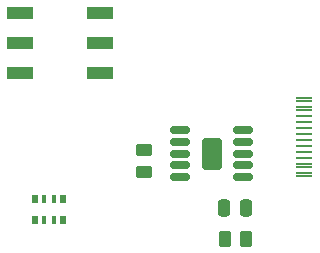
<source format=gbr>
%TF.GenerationSoftware,KiCad,Pcbnew,8.0.6*%
%TF.CreationDate,2024-12-31T11:44:44-06:00*%
%TF.ProjectId,USBCpwr,55534243-7077-4722-9e6b-696361645f70,rev?*%
%TF.SameCoordinates,Original*%
%TF.FileFunction,Paste,Top*%
%TF.FilePolarity,Positive*%
%FSLAX46Y46*%
G04 Gerber Fmt 4.6, Leading zero omitted, Abs format (unit mm)*
G04 Created by KiCad (PCBNEW 8.0.6) date 2024-12-31 11:44:44*
%MOMM*%
%LPD*%
G01*
G04 APERTURE LIST*
G04 Aperture macros list*
%AMRoundRect*
0 Rectangle with rounded corners*
0 $1 Rounding radius*
0 $2 $3 $4 $5 $6 $7 $8 $9 X,Y pos of 4 corners*
0 Add a 4 corners polygon primitive as box body*
4,1,4,$2,$3,$4,$5,$6,$7,$8,$9,$2,$3,0*
0 Add four circle primitives for the rounded corners*
1,1,$1+$1,$2,$3*
1,1,$1+$1,$4,$5*
1,1,$1+$1,$6,$7*
1,1,$1+$1,$8,$9*
0 Add four rect primitives between the rounded corners*
20,1,$1+$1,$2,$3,$4,$5,0*
20,1,$1+$1,$4,$5,$6,$7,0*
20,1,$1+$1,$6,$7,$8,$9,0*
20,1,$1+$1,$8,$9,$2,$3,0*%
G04 Aperture macros list end*
%ADD10R,0.500000X0.800000*%
%ADD11R,0.400000X0.800000*%
%ADD12R,1.400000X0.250000*%
%ADD13RoundRect,0.250000X-0.262500X-0.450000X0.262500X-0.450000X0.262500X0.450000X-0.262500X0.450000X0*%
%ADD14RoundRect,0.250000X0.595000X1.080000X-0.595000X1.080000X-0.595000X-1.080000X0.595000X-1.080000X0*%
%ADD15RoundRect,0.150000X0.687500X0.150000X-0.687500X0.150000X-0.687500X-0.150000X0.687500X-0.150000X0*%
%ADD16RoundRect,0.250000X0.450000X-0.262500X0.450000X0.262500X-0.450000X0.262500X-0.450000X-0.262500X0*%
%ADD17RoundRect,0.250000X0.250000X0.475000X-0.250000X0.475000X-0.250000X-0.475000X0.250000X-0.475000X0*%
%ADD18R,2.160000X1.120000*%
G04 APERTURE END LIST*
D10*
%TO.C,RN2*%
X115200000Y-72200000D03*
D11*
X114400000Y-72200000D03*
X113600000Y-72200000D03*
D10*
X112800000Y-72200000D03*
X112800000Y-74000000D03*
D11*
X113600000Y-74000000D03*
X114400000Y-74000000D03*
D10*
X115200000Y-74000000D03*
%TD*%
D12*
%TO.C,J1*%
X135612500Y-70325000D03*
X135612500Y-69525000D03*
X135612500Y-68250000D03*
X135612500Y-67250000D03*
X135612500Y-66750000D03*
X135612500Y-68750000D03*
X135612500Y-64475000D03*
X135612500Y-63675000D03*
X135612500Y-63925000D03*
X135612500Y-64725000D03*
X135612500Y-65250000D03*
X135612500Y-66250000D03*
X135612500Y-67750000D03*
X135612500Y-65750000D03*
X135612500Y-69275000D03*
X135612500Y-70075000D03*
%TD*%
D13*
%TO.C,R2*%
X128887500Y-75600000D03*
X130712500Y-75600000D03*
%TD*%
D14*
%TO.C,U1*%
X127762500Y-68400000D03*
D15*
X130400000Y-70400000D03*
X130400000Y-69400000D03*
X130400000Y-68400000D03*
X130400000Y-67400000D03*
X130400000Y-66400000D03*
X125125000Y-66400000D03*
X125125000Y-67400000D03*
X125125000Y-68400000D03*
X125125000Y-69400000D03*
X125125000Y-70400000D03*
%TD*%
D16*
%TO.C,R1*%
X122000000Y-69912500D03*
X122000000Y-68087500D03*
%TD*%
D17*
%TO.C,C1*%
X130700000Y-73000000D03*
X128800000Y-73000000D03*
%TD*%
D18*
%TO.C,SW1*%
X111570000Y-56460000D03*
X111570000Y-59000000D03*
X111570000Y-61540000D03*
X118300000Y-61540000D03*
X118300000Y-59000000D03*
X118300000Y-56460000D03*
%TD*%
M02*

</source>
